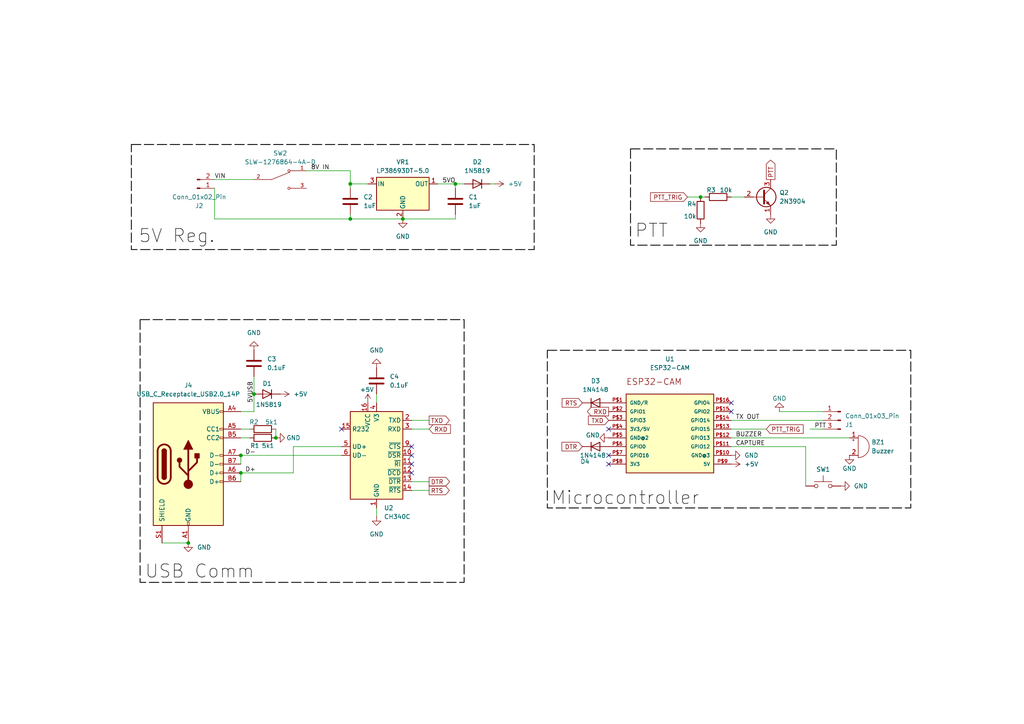
<source format=kicad_sch>
(kicad_sch (version 20250114) (generator "eeschema") (generator_version "9.0")
  (paper "A4")
  (title_block (title "SSTV Backpack") (date "2025-11-09") (rev "1.1.1"))
  (lib_symbols
    (symbol "Connector:Conn_01x02_Pin" (pin_names (offset 1.016) (hide yes))
      (property "Reference" "J" (at 0 2.54 0))
      (property "Value" "Conn_01x02_Pin" (at 0 -5.08 0))
      (symbol "Conn_01x02_Pin_1_1"
        (rectangle (start 0.8636 0.127) (end 0 -0.127) (stroke (width 0.1524)) (fill (type outline)))
        (rectangle (start 0.8636 -2.413) (end 0 -2.667) (stroke (width 0.1524)) (fill (type outline)))
        (polyline (pts (xy 1.27 0) (xy 0.8636 0)) (stroke (width 0.1524)))
        (polyline (pts (xy 1.27 -2.54) (xy 0.8636 -2.54)) (stroke (width 0.1524)))
        (pin passive line (at 5.08 0 180) (length 3.81) (name "Pin_1") (number "1"))
        (pin passive line (at 5.08 -2.54 180) (length 3.81) (name "Pin_2") (number "2"))
      )
    )
    (symbol "Connector:Conn_01x03_Pin" (pin_names (offset 1.016) (hide yes))
      (property "Reference" "J" (at 0 5.08 0))
      (property "Value" "Conn_01x03_Pin" (at 0 -5.08 0))
      (symbol "Conn_01x03_Pin_1_1"
        (rectangle (start 0.8636 2.667) (end 0 2.413) (stroke (width 0.1524)) (fill (type outline)))
        (rectangle (start 0.8636 0.127) (end 0 -0.127) (stroke (width 0.1524)) (fill (type outline)))
        (rectangle (start 0.8636 -2.413) (end 0 -2.667) (stroke (width 0.1524)) (fill (type outline)))
        (polyline (pts (xy 1.27 2.54) (xy 0.8636 2.54)) (stroke (width 0.1524)))
        (polyline (pts (xy 1.27 0) (xy 0.8636 0)) (stroke (width 0.1524)))
        (polyline (pts (xy 1.27 -2.54) (xy 0.8636 -2.54)) (stroke (width 0.1524)))
        (pin passive line (at 5.08 2.54 180) (length 3.81) (name "Pin_1") (number "1"))
        (pin passive line (at 5.08 0 180) (length 3.81) (name "Pin_2") (number "2"))
        (pin passive line (at 5.08 -2.54 180) (length 3.81) (name "Pin_3") (number "3"))
      )
    )
    (symbol "Connector:USB_C_Receptacle_USB2.0_14P" (pin_names (offset 1.016))
      (property "Reference" "J" (at 0 22.225 0))
      (property "Value" "USB_C_Receptacle_USB2.0_14P" (at 0 19.685 0))
      (symbol "USB_C_Receptacle_USB2.0_14P_0_0"
        (rectangle (start -0.254 -17.78) (end 0.254 -16.764))
        (rectangle (start 10.16 15.494) (end 9.144 14.986))
        (rectangle (start 10.16 10.414) (end 9.144 9.906))
        (rectangle (start 10.16 7.874) (end 9.144 7.366))
        (rectangle (start 10.16 2.794) (end 9.144 2.286))
        (rectangle (start 10.16 0.254) (end 9.144 -0.254))
        (rectangle (start 10.16 -2.286) (end 9.144 -2.794))
        (rectangle (start 10.16 -4.826) (end 9.144 -5.334))
      )
      (symbol "USB_C_Receptacle_USB2.0_14P_0_1"
        (rectangle (start -10.16 17.78) (end 10.16 -17.78) (stroke (width 0.254)) (fill (type background)))
        (polyline (pts (xy -8.89 -3.81) (xy -8.89 3.81)) (stroke (width 0.508)))
        (rectangle (start -7.62 -3.81) (end -6.35 3.81) (stroke (width 0.254)) (fill (type outline)))
        (arc (start -7.62 3.81) (mid -6.985 4.4423) (end -6.35 3.81) (stroke (width 0.254)))
        (arc (start -7.62 3.81) (mid -6.985 4.4423) (end -6.35 3.81) (stroke (width 0.254)) (fill (type outline)))
        (arc (start -8.89 3.81) (mid -6.985 5.7067) (end -5.08 3.81) (stroke (width 0.508)))
        (arc (start -5.08 -3.81) (mid -6.985 -5.7067) (end -8.89 -3.81) (stroke (width 0.508)))
        (arc (start -6.35 -3.81) (mid -6.985 -4.4423) (end -7.62 -3.81) (stroke (width 0.254)))
        (arc (start -6.35 -3.81) (mid -6.985 -4.4423) (end -7.62 -3.81) (stroke (width 0.254)) (fill (type outline)))
        (polyline (pts (xy -5.08 3.81) (xy -5.08 -3.81)) (stroke (width 0.508)))
        (circle (center -2.54 1.143) (radius 0.635) (stroke (width 0.254)) (fill (type outline)))
        (polyline (pts (xy -1.27 4.318) (xy 0 6.858) (xy 1.27 4.318) (xy -1.27 4.318)) (stroke (width 0.254)) (fill (type outline)))
        (polyline (pts (xy 0 -2.032) (xy 2.54 0.508) (xy 2.54 1.778)) (stroke (width 0.508)))
        (polyline (pts (xy 0 -3.302) (xy -2.54 -0.762) (xy -2.54 0.508)) (stroke (width 0.508)))
        (polyline (pts (xy 0 -5.842) (xy 0 4.318)) (stroke (width 0.508)))
        (circle (center 0 -5.842) (radius 1.27) (fill (type outline)))
        (rectangle (start 1.905 1.778) (end 3.175 3.048) (stroke (width 0.254)) (fill (type outline)))
      )
      (symbol "USB_C_Receptacle_USB2.0_14P_1_1"
        (pin passive line (at -7.62 -22.86 90) (length 5.08) (name "SHIELD") (number "S1"))
        (pin passive line (at 0 -22.86 90) (length 5.08) (name "GND") (number "A1"))
        (pin passive line (at 0 -22.86 90) (length 5.08) (hide yes) (name "GND") (number "A12"))
        (pin passive line (at 0 -22.86 90) (length 5.08) (hide yes) (name "GND") (number "B1"))
        (pin passive line (at 0 -22.86 90) (length 5.08) (hide yes) (name "GND") (number "B12"))
        (pin passive line (at 15.24 15.24 180) (length 5.08) (name "VBUS") (number "A4"))
        (pin passive line (at 15.24 15.24 180) (length 5.08) (hide yes) (name "VBUS") (number "A9"))
        (pin passive line (at 15.24 15.24 180) (length 5.08) (hide yes) (name "VBUS") (number "B4"))
        (pin passive line (at 15.24 15.24 180) (length 5.08) (hide yes) (name "VBUS") (number "B9"))
        (pin bidirectional line (at 15.24 10.16 180) (length 5.08) (name "CC1") (number "A5"))
        (pin bidirectional line (at 15.24 7.62 180) (length 5.08) (name "CC2") (number "B5"))
        (pin bidirectional line (at 15.24 2.54 180) (length 5.08) (name "D-") (number "A7"))
        (pin bidirectional line (at 15.24 0 180) (length 5.08) (name "D-") (number "B7"))
        (pin bidirectional line (at 15.24 -2.54 180) (length 5.08) (name "D+") (number "A6"))
        (pin bidirectional line (at 15.24 -5.08 180) (length 5.08) (name "D+") (number "B6"))
      )
    )
    (symbol "Device:Buzzer" (pin_names (offset 0.0254) (hide yes))
      (property "Reference" "BZ" (at 3.81 1.27 0))
      (property "Value" "Buzzer" (at 3.81 -1.27 0))
      (symbol "Buzzer_0_1"
        (polyline (pts (xy -1.651 1.905) (xy -1.143 1.905)))
        (polyline (pts (xy -1.397 2.159) (xy -1.397 1.651)))
        (arc (start 0 3.175) (mid 3.1612 0) (end 0 -3.175))
        (polyline (pts (xy 0 3.175) (xy 0 -3.175)))
      )
      (symbol "Buzzer_1_1"
        (pin passive line (at -2.54 2.54 0) (length 2.54) (name "+") (number "1"))
        (pin passive line (at -2.54 -2.54 0) (length 2.54) (name "-") (number "2"))
      )
    )
    (symbol "Device:C" (pin_numbers (hide yes)) (pin_names (offset 0.254))
      (property "Reference" "C" (at 0.635 2.54 0))
      (property "Value" "C" (at 0.635 -2.54 0))
      (symbol "C_0_1"
        (polyline (pts (xy -2.032 0.762) (xy 2.032 0.762)) (stroke (width 0.508)))
        (polyline (pts (xy -2.032 -0.762) (xy 2.032 -0.762)) (stroke (width 0.508)))
      )
      (symbol "C_1_1"
        (pin passive line (at 0 3.81 270) (length 2.794) (name "~") (number "1"))
        (pin passive line (at 0 -3.81 90) (length 2.794) (name "~") (number "2"))
      )
    )
    (symbol "Device:D" (pin_numbers (hide yes)) (pin_names (offset 1.016) (hide yes))
      (property "Reference" "D" (at 0 2.54 0))
      (property "Value" "D" (at 0 -2.54 0))
      (symbol "D_0_1"
        (polyline (pts (xy -1.27 1.27) (xy -1.27 -1.27)) (stroke (width 0.254)))
        (polyline (pts (xy 1.27 1.27) (xy 1.27 -1.27) (xy -1.27 0) (xy 1.27 1.27)) (stroke (width 0.254)))
        (polyline (pts (xy 1.27 0) (xy -1.27 0)))
      )
      (symbol "D_1_1"
        (pin passive line (at -3.81 0 0) (length 2.54) (name "K") (number "1"))
        (pin passive line (at 3.81 0 180) (length 2.54) (name "A") (number "2"))
      )
    )
    (symbol "Device:R" (pin_numbers (hide yes)) (pin_names (offset 0))
      (property "Reference" "R" (at 2.032 0 90))
      (property "Value" "R" (at 0 0 90))
      (symbol "R_0_1"
        (rectangle (start -1.016 -2.54) (end 1.016 2.54) (stroke (width 0.254)))
      )
      (symbol "R_1_1"
        (pin passive line (at 0 3.81 270) (length 1.27) (name "~") (number "1"))
        (pin passive line (at 0 -3.81 90) (length 1.27) (name "~") (number "2"))
      )
    )
    (symbol "ESP32-CAM:ESP32-CAM" (pin_names (offset 1.016))
      (property "Reference" "U1" (at 0 22.86 0))
      (property "Value" "ESP32-CAM" (at 0 20.32 0))
      (symbol "ESP32-CAM_0_0"
        (rectangle (start -12.7 -10.16) (end 12.7 12.7) (stroke (width 0.254)) (fill (type background)))
        (text "ESP32-CAM" (at -12.7 15.24 0) (effects (font (size 1.778 1.778)) (justify left bottom)))
        (pin bidirectional line (at -17.78 7.62 0) (length 5.08) (name "GPIO1") (number "P$2"))
        (pin bidirectional line (at -17.78 5.08 0) (length 5.08) (name "GPIO3") (number "P$3"))
        (pin bidirectional line (at -17.78 2.54 0) (length 5.08) (name "3V3/5V") (number "P$4"))
        (pin bidirectional line (at -17.78 0 0) (length 5.08) (name "GND@2") (number "P$5"))
        (pin bidirectional line (at -17.78 -2.54 0) (length 5.08) (name "GPIO0") (number "P$6"))
        (pin bidirectional line (at -17.78 -5.08 0) (length 5.08) (name "GPIO16") (number "P$7"))
        (pin bidirectional line (at -17.78 -7.62 0) (length 5.08) (name "3V3") (number "P$8"))
        (pin bidirectional line (at 17.78 10.16 180) (length 5.08) (name "GPIO4") (number "P$16"))
        (pin bidirectional line (at 17.78 7.62 180) (length 5.08) (name "GPIO2") (number "P$15"))
        (pin bidirectional line (at 17.78 5.08 180) (length 5.08) (name "GPIO14") (number "P$14"))
        (pin bidirectional line (at 17.78 2.54 180) (length 5.08) (name "GPIO15") (number "P$13"))
        (pin bidirectional line (at 17.78 0 180) (length 5.08) (name "GPIO13") (number "P$12"))
        (pin bidirectional line (at 17.78 -2.54 180) (length 5.08) (name "GPIO12") (number "P$11"))
        (pin bidirectional line (at 17.78 -5.08 180) (length 5.08) (name "GND@3") (number "P$10"))
        (pin bidirectional line (at 17.78 -7.62 180) (length 5.08) (name "5V") (number "P$9"))
      )
      (symbol "ESP32-CAM_1_0"
        (pin bidirectional line (at -17.78 10.16 0) (length 5.08) (name "GND/R") (number "P$1"))
      )
    )
    (symbol "Interface_USB:CH340C"
      (property "Reference" "U" (at -5.08 13.97 0))
      (property "Value" "CH340C" (at 1.27 13.97 0))
      (symbol "CH340C_0_1"
        (rectangle (start -7.62 12.7) (end 7.62 -12.7) (stroke (width 0.254)) (fill (type background)))
      )
      (symbol "CH340C_1_1"
        (pin input line (at -10.16 7.62 0) (length 2.54) (name "R232") (number "15"))
        (pin bidirectional line (at -10.16 2.54 0) (length 2.54) (name "UD+") (number "5"))
        (pin bidirectional line (at -10.16 0 0) (length 2.54) (name "UD-") (number "6"))
        (pin no_connect line (at -7.62 -5.08 0) (length 2.54) (hide yes) (name "NC") (number "7"))
        (pin no_connect line (at -7.62 -7.62 0) (length 2.54) (hide yes) (name "NC") (number "8"))
        (pin power_in line (at -2.54 15.24 270) (length 2.54) (name "VCC") (number "16"))
        (pin power_out line (at 0 15.24 270) (length 2.54) (name "V3") (number "4"))
        (pin power_in line (at 0 -15.24 90) (length 2.54) (name "GND") (number "1"))
        (pin output line (at 10.16 10.16 180) (length 2.54) (name "TXD") (number "2"))
        (pin input line (at 10.16 7.62 180) (length 2.54) (name "RXD") (number "3"))
        (pin input line (at 10.16 2.54 180) (length 2.54) (name "~{CTS}") (number "9"))
        (pin input line (at 10.16 0 180) (length 2.54) (name "~{DSR}") (number "10"))
        (pin input line (at 10.16 -2.54 180) (length 2.54) (name "~{RI}") (number "11"))
        (pin input line (at 10.16 -5.08 180) (length 2.54) (name "~{DCD}") (number "12"))
        (pin output line (at 10.16 -7.62 180) (length 2.54) (name "~{DTR}") (number "13"))
        (pin output line (at 10.16 -10.16 180) (length 2.54) (name "~{RTS}") (number "14"))
      )
    )
    (symbol "Regulator_Linear:LP38693DT-5.0" (pin_names (offset 0.254))
      (property "Reference" "U" (at -6.35 5.715 0))
      (property "Value" "LP38693DT-5.0" (at 0 5.715 0))
      (symbol "LP38693DT-5.0_0_1"
        (rectangle (start -7.62 -5.08) (end 7.62 4.445) (stroke (width 0.254)) (fill (type background)))
      )
      (symbol "LP38693DT-5.0_1_1"
        (pin power_in line (at -10.16 2.54 0) (length 2.54) (name "IN") (number "3"))
        (pin power_in line (at 0 -7.62 90) (length 2.54) (name "GND") (number "2"))
        (pin power_out line (at 10.16 2.54 180) (length 2.54) (name "OUT") (number "1"))
      )
    )
    (symbol "Switch:SW_Push" (pin_numbers (hide yes)) (pin_names (offset 1.016) (hide yes))
      (property "Reference" "SW" (at 1.27 2.54 0))
      (property "Value" "SW_Push" (at 0 -1.524 0))
      (symbol "SW_Push_0_1"
        (circle (center -2.032 0) (radius 0.508))
        (polyline (pts (xy 0 1.27) (xy 0 3.048)))
        (circle (center 2.032 0) (radius 0.508))
        (polyline (pts (xy 2.54 1.27) (xy -2.54 1.27)))
        (pin passive line (at -5.08 0 0) (length 2.54) (name "1") (number "1"))
        (pin passive line (at 5.08 0 180) (length 2.54) (name "2") (number "2"))
      )
    )
    (symbol "SwitchSPDT:SLW-1276864-4A-D" (pin_names (offset 1.016))
      (property "Reference" "S" (at -2.54 5.08 0))
      (property "Value" "SLW-1276864-4A-D" (at -2.54 -5.08 0))
      (symbol "SLW-1276864-4A-D_0_0"
        (polyline (pts (xy -2.54 0) (xy -5.08 0)) (stroke (width 0.1524)))
        (polyline (pts (xy -2.54 0) (xy 2.794 2.1336)) (stroke (width 0.1524)))
        (circle (center 2.54 2.54) (radius 0.3302) (stroke (width 0.1524)))
        (circle (center 2.54 -2.54) (radius 0.3302) (stroke (width 0.1524)))
        (polyline (pts (xy 5.08 2.54) (xy 2.921 2.54)) (stroke (width 0.1524)))
        (polyline (pts (xy 5.08 -2.54) (xy 2.921 -2.54)) (stroke (width 0.1524)))
        (pin passive line (at -7.62 0 0) (length 2.54) (name "~") (number "2"))
        (pin passive line (at 7.62 2.54 180) (length 2.54) (name "~") (number "1"))
        (pin passive line (at 7.62 -2.54 180) (length 2.54) (name "~") (number "3"))
      )
    )
    (symbol "Transistor_BJT:2N3904" (pin_names (offset 0) (hide yes))
      (property "Reference" "Q" (at 5.08 1.905 0))
      (property "Value" "2N3904" (at 5.08 0 0))
      (symbol "2N3904_0_1"
        (polyline (pts (xy -2.54 0) (xy 0.635 0)))
        (polyline (pts (xy 0.635 1.905) (xy 0.635 -1.905)) (stroke (width 0.508)))
        (circle (center 1.27 0) (radius 2.8194) (stroke (width 0.254)))
      )
      (symbol "2N3904_1_1"
        (polyline (pts (xy 0.635 0.635) (xy 2.54 2.54)))
        (polyline (pts (xy 0.635 -0.635) (xy 2.54 -2.54)))
        (polyline (pts (xy 1.27 -1.778) (xy 1.778 -1.27) (xy 2.286 -2.286) (xy 1.27 -1.778)) (fill (type outline)))
        (pin input line (at -5.08 0 0) (length 2.54) (name "B") (number "2"))
        (pin passive line (at 2.54 5.08 270) (length 2.54) (name "C") (number "3"))
        (pin passive line (at 2.54 -5.08 90) (length 2.54) (name "E") (number "1"))
      )
    )
    (symbol "power:+5V" (power) (pin_numbers (hide yes)) (pin_names (offset 0) (hide yes))
      (property "Value" "+5V" (at 0 3.556 0))
      (symbol "+5V_0_1"
        (polyline (pts (xy -0.762 1.27) (xy 0 2.54)))
        (polyline (pts (xy 0 2.54) (xy 0.762 1.27)))
        (polyline (pts (xy 0 0) (xy 0 2.54)))
      )
      (symbol "+5V_1_1"
        (pin power_in line (at 0 0 90) (length 0) (name "~") (number "1"))
      )
    )
    (symbol "power:GND" (power) (pin_numbers (hide yes)) (pin_names (offset 0) (hide yes))
      (property "Value" "GND" (at 0 -3.81 0))
      (symbol "GND_0_1"
        (polyline (pts (xy 0 0) (xy 0 -1.27) (xy 1.27 -1.27) (xy 0 -2.54) (xy -1.27 -1.27) (xy 0 -1.27)))
      )
      (symbol "GND_1_1"
        (pin power_in line (at 0 0 270) (length 0) (name "~") (number "1"))
      )
    )
  )
  (rectangle (start 158.75 101.6) (end 264.16 147.32) (stroke (width 0.25) (type dash) (color 0 0 0 1)))
  (rectangle (start 38.1 41.91) (end 154.94 72.39) (stroke (width 0.25) (type dash) (color 0 0 0 1)))
  (rectangle (start 40.64 92.71) (end 134.62 168.91) (stroke (width 0.25) (type dash) (color 0 0 0 1)))
  (rectangle (start 182.88 43.18) (end 242.57 71.12) (stroke (width 0.25) (type dash) (color 0 0 0 1)))
  (text "5V Reg." (at 51.308 68.58 0) (effects (font (size 3.81 3.81))))
  (text "Microcontroller" (at 181.356 144.526 0) (effects (font (size 3.81 3.81))))
  (text "USB Comm" (at 57.912 165.862 0) (effects (font (size 3.81 3.81))))
  (text "PTT" (at 188.976 67.056 0) (effects (font (size 3.81 3.81))))
  (junction (at 116.84 63.5))
  (junction (at 101.6 63.5))
  (junction (at 73.66 114.3))
  (junction (at 203.2 57.15))
  (junction (at 80.01 127))
  (junction (at 132.08 53.34))
  (junction (at 101.6 53.34))
  (junction (at 69.85 137.16))
  (junction (at 54.61 157.48))
  (junction (at 69.85 132.08))
  (no_connect (at 176.53 132.08))
  (no_connect (at 119.38 129.54))
  (no_connect (at 119.38 137.16))
  (no_connect (at 176.53 124.46))
  (no_connect (at 212.09 119.38))
  (no_connect (at 99.06 124.46))
  (no_connect (at 176.53 134.62))
  (no_connect (at 119.38 134.62))
  (no_connect (at 212.09 116.84))
  (no_connect (at 119.38 132.08))
  (wire (pts (xy 203.2 57.15) (xy 204.47 57.15)))
  (wire (pts (xy 69.85 132.08) (xy 99.06 132.08)))
  (wire (pts (xy 62.23 52.07) (xy 73.66 52.07)))
  (wire (pts (xy 132.08 62.23) (xy 132.08 63.5)))
  (wire (pts (xy 109.22 147.32) (xy 109.22 149.86)))
  (wire (pts (xy 62.23 54.61) (xy 62.23 63.5)))
  (wire (pts (xy 73.66 109.22) (xy 73.66 114.3)))
  (wire (pts (xy 119.38 142.24) (xy 124.46 142.24)))
  (wire (pts (xy 199.39 57.15) (xy 203.2 57.15)))
  (wire (pts (xy 109.22 114.3) (xy 109.22 116.84)))
  (wire (pts (xy 101.6 62.23) (xy 101.6 63.5)))
  (wire (pts (xy 101.6 54.61) (xy 101.6 53.34)))
  (wire (pts (xy 85.09 137.16) (xy 85.09 129.54)))
  (wire (pts (xy 119.38 121.92) (xy 124.46 121.92)))
  (wire (pts (xy 234.95 124.46) (xy 238.76 124.46)))
  (wire (pts (xy 119.38 124.46) (xy 124.46 124.46)))
  (wire (pts (xy 116.84 63.5) (xy 132.08 63.5)))
  (wire (pts (xy 132.08 53.34) (xy 132.08 54.61)))
  (wire (pts (xy 46.99 157.48) (xy 54.61 157.48)))
  (wire (pts (xy 233.68 129.54) (xy 233.68 140.97)))
  (wire (pts (xy 119.38 139.7) (xy 124.46 139.7)))
  (wire (pts (xy 80.01 124.46) (xy 80.01 127)))
  (wire (pts (xy 101.6 63.5) (xy 116.84 63.5)))
  (wire (pts (xy 69.85 132.08) (xy 69.85 134.62)))
  (wire (pts (xy 88.9 49.53) (xy 101.6 49.53)))
  (wire (pts (xy 73.66 114.3) (xy 73.66 119.38)))
  (wire (pts (xy 62.23 63.5) (xy 101.6 63.5)))
  (wire (pts (xy 134.62 53.34) (xy 132.08 53.34)))
  (wire (pts (xy 238.76 119.38) (xy 226.06 119.38)))
  (wire (pts (xy 69.85 124.46) (xy 72.39 124.46)))
  (wire (pts (xy 85.09 129.54) (xy 99.06 129.54)))
  (wire (pts (xy 69.85 127) (xy 72.39 127)))
  (wire (pts (xy 212.09 57.15) (xy 215.9 57.15)))
  (wire (pts (xy 212.09 124.46) (xy 222.25 124.46)))
  (wire (pts (xy 212.09 129.54) (xy 233.68 129.54)))
  (wire (pts (xy 69.85 137.16) (xy 85.09 137.16)))
  (wire (pts (xy 69.85 119.38) (xy 73.66 119.38)))
  (wire (pts (xy 212.09 121.92) (xy 238.76 121.92)))
  (wire (pts (xy 212.09 127) (xy 246.38 127)))
  (wire (pts (xy 127 53.34) (xy 132.08 53.34)))
  (wire (pts (xy 143.51 53.34) (xy 142.24 53.34)))
  (wire (pts (xy 101.6 53.34) (xy 106.68 53.34)))
  (wire (pts (xy 69.85 137.16) (xy 69.85 139.7)))
  (wire (pts (xy 101.6 49.53) (xy 101.6 53.34)))
  (label "VIN" (at 62.23 52.07 0))
  (label "BUZZER" (at 213.36 127 0))
  (label "CAPTURE" (at 213.36 129.54 0))
  (label "5VO" (at 128.27 53.34 0))
  (label "PTT" (at 236.22 124.46 0))
  (label "8V IN" (at 90.17 49.53 0))
  (label "D-" (at 71.12 132.08 0))
  (label "5VUSB" (at 73.66 116.84 90))
  (label "TX OUT" (at 213.36 121.92 0))
  (label "D+" (at 71.12 137.16 0))
  (global_label "TXD" (shape input) (at 176.53 121.92 180) (property "Intersheetrefs" "${INTERSHEET_REFS}" (effects (hide yes))))
  (global_label "RXD" (shape output) (at 176.53 119.38 180) (property "Intersheetrefs" "${INTERSHEET_REFS}" (effects (hide yes))))
  (global_label "RXD" (shape input) (at 124.46 124.46 0) (property "Intersheetrefs" "${INTERSHEET_REFS}" (effects (hide yes))))
  (global_label "RTS" (shape input) (at 168.91 116.84 180) (property "Intersheetrefs" "${INTERSHEET_REFS}" (effects (hide yes))))
  (global_label "DTR" (shape output) (at 124.46 139.7 0) (property "Intersheetrefs" "${INTERSHEET_REFS}" (effects (hide yes))))
  (global_label "PTT_TRIG" (shape input) (at 199.39 57.15 180) (property "Intersheetrefs" "${INTERSHEET_REFS}" (effects (hide yes))))
  (global_label "TXD" (shape output) (at 124.46 121.92 0) (property "Intersheetrefs" "${INTERSHEET_REFS}" (effects (hide yes))))
  (global_label "RTS" (shape output) (at 124.46 142.24 0) (property "Intersheetrefs" "${INTERSHEET_REFS}" (effects (hide yes))))
  (global_label "DTR" (shape input) (at 168.91 129.54 180) (property "Intersheetrefs" "${INTERSHEET_REFS}" (effects (hide yes))))
  (global_label "PTT" (shape output) (at 223.52 52.07 90) (property "Intersheetrefs" "${INTERSHEET_REFS}" (effects (hide yes))))
  (global_label "PTT_TRIG" (shape input) (at 222.25 124.46 0) (property "Intersheetrefs" "${INTERSHEET_REFS}" (effects (hide yes))))
  (symbol (lib_id "power:GND") (at 223.52 62.23 0) (unit 1)
    (property "Reference" "#PWR07" (effects (hide yes)))
    (property "Value" "GND" (at 223.52 67.31 0))
    (property "Description" "Power symbol creates a global label with name \"GND\" , ground" (effects (hide yes)))
  )
  (symbol (lib_id "Device:C") (at 109.22 110.49 0) (unit 1)
    (property "Reference" "C4" (at 113.03 109.2199 0) (effects (justify left)))
    (property "Value" "0.1uF" (at 113.03 111.7599 0) (effects (justify left)))
    (property "Footprint" "Capacitor_THT:C_Disc_D3.4mm_W2.1mm_P2.50mm" (effects (hide yes)))
    (property "Description" "Unpolarized capacitor" (effects (hide yes)))
  )
  (symbol (lib_id "power:+5V") (at 212.09 134.62 270) (unit 1)
    (property "Reference" "#PWR03" (effects (hide yes)))
    (property "Value" "+5V" (at 215.9 134.6199 90) (effects (justify left)))
    (property "Description" "Power symbol creates a global label with name \"+5V\"" (effects (hide yes)))
  )
  (symbol (lib_id "SwitchSPDT:SLW-1276864-4A-D") (at 81.28 52.07 0) (unit 1)
    (property "Reference" "SW2" (at 81.28 44.45 0))
    (property "Value" "SLW-1276864-4A-D" (at 81.28 46.99 0))
    (property "Footprint" "SwitchSPDT:SW_SLW-1276864-4A-D" (effects (hide yes)))
    (property "PARTREV" "1.01" (effects (hide yes)))
    (property "STANDARD" "Manufacturer Recommendations" (effects (hide yes)))
    (property "MAXIMUM_PACKAGE_HEIGHT" "10.6mm" (effects (hide yes)))
    (property "MANUFACTURER" "Same Sky" (effects (hide yes)))
  )
  (symbol (lib_id "Regulator_Linear:LP38693DT-5.0") (at 116.84 55.88 0) (unit 1)
    (property "Reference" "VR1" (at 116.84 46.99 0))
    (property "Value" "LP38693DT-5.0" (at 116.84 49.53 0))
    (property "Footprint" "Package_TO_SOT_SMD:TO-252-2" (effects (hide yes)))
    (property "Datasheet" "https://www.ti.com/lit/ds/symlink/lp38693.pdf" (effects (hide yes)))
    (property "Description" "500-mA Low-Dropout CMOS Linear Regulators Stable With Ceramic Output Capacitors, 5.0V output voltage, TO-252" (effects (hide yes)))
  )
  (symbol (lib_id "Device:R") (at 76.2 124.46 90) (mirror x) (unit 1)
    (property "Reference" "R2" (at 73.66 122.428 90))
    (property "Value" "5k1" (at 78.74 122.428 90))
    (property "Footprint" "Resistor_THT:R_Axial_DIN0207_L6.3mm_D2.5mm_P7.62mm_Horizontal" (effects (hide yes)))
    (property "Description" "Resistor" (effects (hide yes)))
  )
  (symbol (lib_id "Device:R") (at 203.2 60.96 180) (unit 1)
    (property "Reference" "R4" (at 200.66 59.182 0))
    (property "Value" "10k" (at 200.152 62.738 0))
    (property "Footprint" "Resistor_THT:R_Axial_DIN0207_L6.3mm_D2.5mm_P7.62mm_Horizontal" (effects (hide yes)))
    (property "Description" "Resistor" (effects (hide yes)))
  )
  (symbol (lib_id "power:GND") (at 109.22 106.68 180) (unit 1)
    (property "Reference" "#PWR012" (effects (hide yes)))
    (property "Value" "GND" (at 109.22 101.6 0))
    (property "Description" "Power symbol creates a global label with name \"GND\" , ground" (effects (hide yes)))
  )
  (symbol (lib_id "Connector:Conn_01x02_Pin") (at 57.15 54.61 0) (mirror x) (unit 1)
    (property "Reference" "J2" (at 57.785 59.69 0))
    (property "Value" "Conn_01x02_Pin" (at 57.785 57.15 0))
    (property "Footprint" "Connector_PinHeader_2.54mm:PinHeader_1x02_P2.54mm_Vertical" (effects (hide yes)))
    (property "Description" "Generic connector, single row, 01x02, script generated" (effects (hide yes)))
  )
  (symbol (lib_id "power:GND") (at 73.66 101.6 180) (unit 1)
    (property "Reference" "#PWR019" (effects (hide yes)))
    (property "Value" "GND" (at 73.66 96.52 0))
    (property "Description" "Power symbol creates a global label with name \"GND\" , ground" (effects (hide yes)))
  )
  (symbol (lib_id "ESP32-CAM:ESP32-CAM") (at 194.31 127 0) (unit 1)
    (property "Reference" "U1" (at 194.31 104.14 0))
    (property "Value" "ESP32-CAM" (at 194.31 106.68 0))
    (property "Footprint" "ESP32-CAM:ESP32-CAM" (effects (hide yes)))
    (property "MF" "AI-Thinker" (effects (hide yes)))
    (property "Description_1" "ESP32 ESP32 Transceiver; 802.11 a/b/g/n (Wi-Fi, WiFi, WLAN), Bluetooth® Smart 4.x Low Energy (BLE) Evaluation Board" (effects (hide yes)))
    (property "Package" "None" (effects (hide yes)))
    (property "Price" "None" (effects (hide yes)))
    (property "SnapEDA_Link" "https://www.snapeda.com/parts/ESP32-CAM/AI-Thinker/view-part/?ref=snap" (effects (hide yes)))
    (property "MP" "ESP32-CAM" (effects (hide yes)))
    (property "Availability" "Not in stock" (effects (hide yes)))
    (property "Check_prices" "https://www.snapeda.com/parts/ESP32-CAM/AI-Thinker/view-part/?ref=eda" (effects (hide yes)))
  )
  (symbol (lib_id "Device:D") (at 138.43 53.34 180) (unit 1)
    (property "Reference" "D2" (at 138.43 46.99 0))
    (property "Value" "1N5819" (at 138.43 49.53 0))
    (property "Footprint" "Diode_THT:D_DO-41_SOD81_P7.62mm_Horizontal" (effects (hide yes)))
    (property "Description" "Diode" (effects (hide yes)))
    (property "Sim.Device" "D" (effects (hide yes)))
    (property "Sim.Pins" "1=K 2=A" (effects (hide yes)))
  )
  (symbol (lib_id "Device:R") (at 208.28 57.15 90) (unit 1)
    (property "Reference" "R3" (at 206.248 55.118 90))
    (property "Value" "10k" (at 210.566 55.118 90))
    (property "Footprint" "Resistor_THT:R_Axial_DIN0207_L6.3mm_D2.5mm_P7.62mm_Horizontal" (effects (hide yes)))
    (property "Description" "Resistor" (effects (hide yes)))
  )
  (symbol (lib_id "power:GND") (at 176.53 127 270) (unit 1)
    (property "Reference" "#PWR06" (effects (hide yes)))
    (property "Value" "GND" (at 173.99 126.238 90) (effects (justify right)))
    (property "Description" "Power symbol creates a global label with name \"GND\" , ground" (effects (hide yes)))
  )
  (symbol (lib_id "power:GND") (at 116.84 63.5 0) (unit 1)
    (property "Reference" "#PWR01" (effects (hide yes)))
    (property "Value" "GND" (at 116.84 68.58 0))
    (property "Description" "Power symbol creates a global label with name \"GND\" , ground" (effects (hide yes)))
  )
  (symbol (lib_id "power:GND") (at 212.09 132.08 90) (unit 1)
    (property "Reference" "#PWR05" (effects (hide yes)))
    (property "Value" "GND" (at 215.9 132.0799 90) (effects (justify right)))
    (property "Description" "Power symbol creates a global label with name \"GND\" , ground" (effects (hide yes)))
  )
  (symbol (lib_id "power:GND") (at 203.2 64.77 0) (unit 1)
    (property "Reference" "#PWR08" (effects (hide yes)))
    (property "Value" "GND" (at 203.2 69.85 0))
    (property "Description" "Power symbol creates a global label with name \"GND\" , ground" (effects (hide yes)))
  )
  (symbol (lib_id "Connector:USB_C_Receptacle_USB2.0_14P") (at 54.61 134.62 0) (unit 1)
    (property "Reference" "J4" (at 54.61 111.76 0))
    (property "Value" "USB_C_Receptacle_USB2.0_14P" (at 54.61 114.3 0))
    (property "Footprint" "Connector_USB:USB_C_Receptacle_GCT_USB4085" (effects (hide yes)))
    (property "Datasheet" "https://www.usb.org/sites/default/files/documents/usb_type-c.zip" (effects (hide yes)))
    (property "Description" "USB 2.0-only 14P Type-C Receptacle connector" (effects (hide yes)))
  )
  (symbol (lib_id "Device:D") (at 77.47 114.3 180) (unit 1)
    (property "Reference" "D1" (at 77.47 111.252 0))
    (property "Value" "1N5819" (at 77.978 117.348 0))
    (property "Footprint" "Diode_THT:D_DO-41_SOD81_P7.62mm_Horizontal" (effects (hide yes)))
    (property "Description" "Diode" (effects (hide yes)))
    (property "Sim.Device" "D" (effects (hide yes)))
    (property "Sim.Pins" "1=K 2=A" (effects (hide yes)))
  )
  (symbol (lib_id "power:GND") (at 246.38 132.08 0) (unit 1)
    (property "Reference" "#PWR010" (effects (hide yes)))
    (property "Value" "GND" (at 246.38 135.89 0))
    (property "Description" "Power symbol creates a global label with name \"GND\" , ground" (effects (hide yes)))
  )
  (symbol (lib_id "Interface_USB:CH340C") (at 109.22 132.08 0) (unit 1)
    (property "Reference" "U2" (at 111.3633 147.32 0) (effects (justify left)))
    (property "Value" "CH340C" (at 111.3633 149.86 0) (effects (justify left)))
    (property "Footprint" "Package_SO:SOIC-16_3.9x9.9mm_P1.27mm" (effects (hide yes)))
    (property "Datasheet" "https://datasheet.lcsc.com/szlcsc/Jiangsu-Qin-Heng-CH340C_C84681.pdf" (effects (hide yes)))
    (property "Description" "USB serial converter, crystal-less, UART, SOIC-16" (effects (hide yes)))
  )
  (symbol (lib_id "power:GND") (at 80.01 127 90) (unit 1)
    (property "Reference" "#PWR013" (effects (hide yes)))
    (property "Value" "GND" (at 83.058 127 90) (effects (justify right)))
    (property "Description" "Power symbol creates a global label with name \"GND\" , ground" (effects (hide yes)))
  )
  (symbol (lib_id "power:+5V") (at 106.68 116.84 0) (unit 1)
    (property "Reference" "#PWR014" (effects (hide yes)))
    (property "Value" "+5V" (at 106.426 113.03 0))
    (property "Description" "Power symbol creates a global label with name \"+5V\"" (effects (hide yes)))
  )
  (symbol (lib_id "Device:R") (at 76.2 127 270) (unit 1)
    (property "Reference" "R1" (at 73.914 129.286 90))
    (property "Value" "5k1" (at 77.724 129.286 90))
    (property "Footprint" "Resistor_THT:R_Axial_DIN0207_L6.3mm_D2.5mm_P7.62mm_Horizontal" (effects (hide yes)))
    (property "Description" "Resistor" (effects (hide yes)))
  )
  (symbol (lib_id "power:GND") (at 109.22 149.86 0) (unit 1)
    (property "Reference" "#PWR011" (effects (hide yes)))
    (property "Value" "GND" (at 109.22 154.94 0))
    (property "Description" "Power symbol creates a global label with name \"GND\" , ground" (effects (hide yes)))
  )
  (symbol (lib_id "Device:Buzzer") (at 248.92 129.54 0) (unit 1)
    (property "Reference" "BZ1" (at 252.73 128.2699 0) (effects (justify left)))
    (property "Value" "Buzzer" (at 252.73 130.8099 0) (effects (justify left)))
    (property "Footprint" "Buzzer_Beeper:Buzzer_TDK_PS1240P02BT_D12.2mm_H6.5mm" (effects (hide yes)))
    (property "Description" "Buzzer, polarized" (effects (hide yes)))
  )
  (symbol (lib_id "Device:C") (at 73.66 105.41 0) (unit 1)
    (property "Reference" "C3" (at 77.47 104.1399 0) (effects (justify left)))
    (property "Value" "0.1uF" (at 77.47 106.6799 0) (effects (justify left)))
    (property "Footprint" "Capacitor_THT:C_Disc_D3.4mm_W2.1mm_P2.50mm" (effects (hide yes)))
    (property "Description" "Unpolarized capacitor" (effects (hide yes)))
  )
  (symbol (lib_id "power:+5V") (at 81.28 114.3 270) (unit 1)
    (property "Reference" "#PWR015" (effects (hide yes)))
    (property "Value" "+5V" (at 85.09 114.2999 90) (effects (justify left)))
    (property "Description" "Power symbol creates a global label with name \"+5V\"" (effects (hide yes)))
  )
  (symbol (lib_id "power:+5V") (at 143.51 53.34 270) (unit 1)
    (property "Reference" "#PWR02" (effects (hide yes)))
    (property "Value" "+5V" (at 147.32 53.3399 90) (effects (justify left)))
    (property "Description" "Power symbol creates a global label with name \"+5V\"" (effects (hide yes)))
  )
  (symbol (lib_id "Connector:Conn_01x03_Pin") (at 243.84 121.92 0) (mirror y) (unit 1)
    (property "Reference" "J1" (at 245.11 123.1901 0) (effects (justify right)))
    (property "Value" "Conn_01x03_Pin" (at 245.11 120.6501 0) (effects (justify right)))
    (property "Footprint" "Connector_PinHeader_2.54mm:PinHeader_1x03_P2.54mm_Vertical" (effects (hide yes)))
    (property "Description" "Generic connector, single row, 01x03, script generated" (effects (hide yes)))
  )
  (symbol (lib_id "power:GND") (at 243.84 140.97 90) (unit 1)
    (property "Reference" "#PWR04" (effects (hide yes)))
    (property "Value" "GND" (at 247.65 140.9699 90) (effects (justify right)))
    (property "Description" "Power symbol creates a global label with name \"GND\" , ground" (effects (hide yes)))
  )
  (symbol (lib_id "Device:D") (at 172.72 116.84 0) (unit 1)
    (property "Reference" "D3" (at 172.72 110.49 0))
    (property "Value" "1N4148" (at 172.72 113.03 0))
    (property "Footprint" "Diode_THT:D_DO-41_SOD81_P7.62mm_Horizontal" (effects (hide yes)))
    (property "Description" "Diode" (effects (hide yes)))
    (property "Sim.Device" "D" (effects (hide yes)))
    (property "Sim.Pins" "1=K 2=A" (effects (hide yes)))
  )
  (symbol (lib_id "power:GND") (at 54.61 157.48 0) (unit 1)
    (property "Reference" "#PWR016" (effects (hide yes)))
    (property "Value" "GND" (at 57.15 158.7499 0) (effects (justify left)))
    (property "Description" "Power symbol creates a global label with name \"GND\" , ground" (effects (hide yes)))
  )
  (symbol (lib_id "Device:C") (at 132.08 58.42 0) (unit 1)
    (property "Reference" "C1" (at 135.89 57.1499 0) (effects (justify left)))
    (property "Value" "1uF" (at 135.89 59.6899 0) (effects (justify left)))
    (property "Footprint" "Capacitor_THT:C_Disc_D3.4mm_W2.1mm_P2.50mm" (effects (hide yes)))
    (property "Description" "Unpolarized capacitor" (effects (hide yes)))
  )
  (symbol (lib_id "Device:C") (at 101.6 58.42 0) (unit 1)
    (property "Reference" "C2" (at 105.41 57.1499 0) (effects (justify left)))
    (property "Value" "1uF" (at 105.41 59.6899 0) (effects (justify left)))
    (property "Footprint" "Capacitor_THT:C_Disc_D3.4mm_W2.1mm_P2.50mm" (effects (hide yes)))
    (property "Description" "Unpolarized capacitor" (effects (hide yes)))
  )
  (symbol (lib_id "Switch:SW_Push") (at 238.76 140.97 0) (unit 1)
    (property "Reference" "SW1" (at 238.76 136.144 0))
    (property "Value" "SW_Push" (effects (hide yes)))
    (property "Description" "Push button switch, generic, two pins" (effects (hide yes)))
  )
  (symbol (lib_id "Transistor_BJT:2N3904") (at 220.98 57.15 0) (unit 1)
    (property "Reference" "Q2" (at 226.06 55.8799 0) (effects (justify left)))
    (property "Value" "2N3904" (at 226.06 58.4199 0) (effects (justify left)))
    (property "Footprint" "Package_TO_SOT_THT:TO-92_Inline" (effects (hide yes)))
    (property "Datasheet" "https://www.onsemi.com/pub/Collateral/2N3903-D.PDF" (effects (hide yes)))
    (property "Description" "0.2A Ic, 40V Vce, Small Signal NPN Transistor, TO-92" (effects (hide yes)))
  )
  (symbol (lib_id "Device:D") (at 172.72 129.54 0) (mirror x) (unit 1)
    (property "Reference" "D4" (at 169.672 133.858 0))
    (property "Value" "1N4148" (at 171.958 132.08 0))
    (property "Footprint" "Diode_THT:D_DO-41_SOD81_P7.62mm_Horizontal" (effects (hide yes)))
    (property "Description" "Diode" (effects (hide yes)))
    (property "Sim.Device" "D" (effects (hide yes)))
    (property "Sim.Pins" "1=K 2=A" (effects (hide yes)))
  )
  (symbol (lib_id "power:GND") (at 226.06 119.38 180) (unit 1)
    (property "Reference" "#PWR09" (effects (hide yes)))
    (property "Value" "GND" (at 226.06 115.57 0))
    (property "Description" "Power symbol creates a global label with name \"GND\" , ground" (effects (hide yes)))
  )
)
</source>
